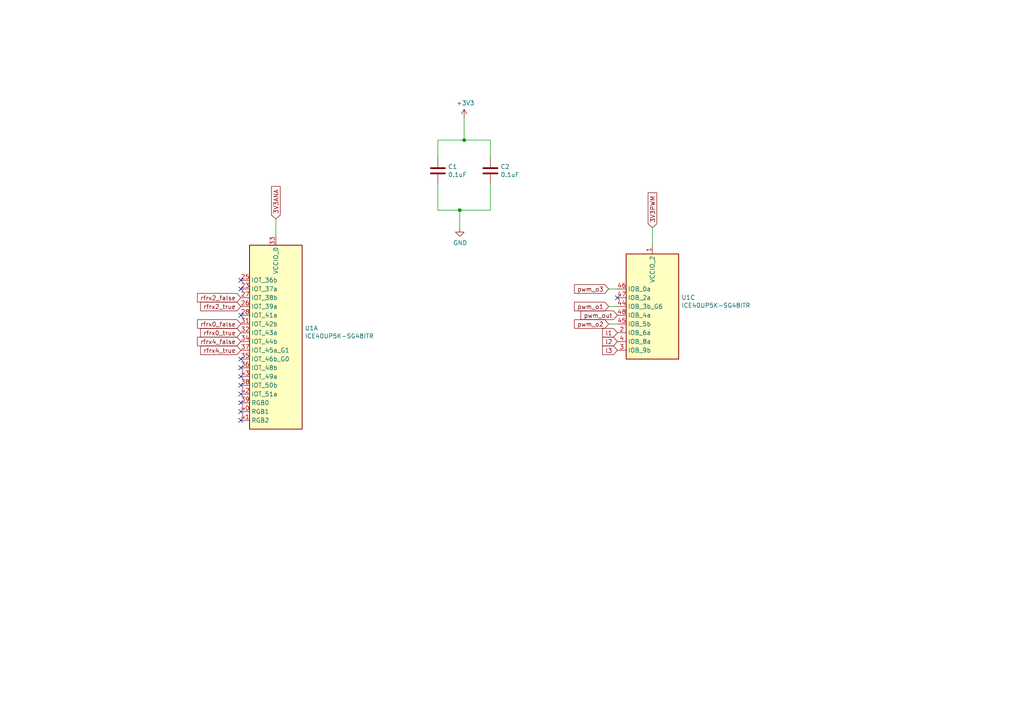
<source format=kicad_sch>
(kicad_sch (version 20211123) (generator eeschema)
  (paper "A4")
  (lib_symbols
    (symbol "Device:C" (pin_numbers hide) (pin_names (offset 0.254))
      (property "Reference" "C" (at 0.635 2.54 0))
      (property "Value" "C" (at 0.635 -2.54 0))
      (symbol "C_0_1"
        (polyline (pts (xy -2.032 -0.762) (xy 2.032 -0.762)) (stroke (width 0.508)))
        (polyline (pts (xy -2.032 0.762) (xy 2.032 0.762)) (stroke (width 0.508)))
      )
      (symbol "C_1_1"
        (pin passive line (at 0 3.81 270) (length 2.794) (name "~") (number "1"))
        (pin passive line (at 0 -3.81 90) (length 2.794) (name "~") (number "2"))
      )
    )
    (symbol "FPGA_Lattice:ICE40UP5K-SG48ITR"
      (property "Reference" "U" (at -8.89 -29.21 0))
      (property "Value" "ICE40UP5K-SG48ITR" (at 0 -31.75 0))
      (symbol "ICE40UP5K-SG48ITR_1_1"
        (rectangle (start -7.62 25.4) (end 7.62 -27.94) (stroke (width 0.254)) (fill (type background)))
        (pin bidirectional line (at -10.16 12.7 0) (length 2.54) (name "IOT_37a") (number "23"))
        (pin bidirectional line (at -10.16 15.24 0) (length 2.54) (name "IOT_36b") (number "25"))
        (pin bidirectional line (at -10.16 7.62 0) (length 2.54) (name "IOT_39a") (number "26"))
        (pin bidirectional line (at -10.16 10.16 0) (length 2.54) (name "IOT_38b") (number "27"))
        (pin bidirectional line (at -10.16 5.08 0) (length 2.54) (name "IOT_41a") (number "28"))
        (pin bidirectional line (at -10.16 2.54 0) (length 2.54) (name "IOT_42b") (number "31"))
        (pin bidirectional line (at -10.16 0 0) (length 2.54) (name "IOT_43a") (number "32"))
        (pin power_in line (at 0 27.94 270) (length 2.54) (name "VCCIO_0") (number "33"))
        (pin bidirectional line (at -10.16 -2.54 0) (length 2.54) (name "IOT_44b") (number "34"))
        (pin bidirectional line (at -10.16 -7.62 0) (length 2.54) (name "IOT_46b_G0") (number "35"))
        (pin bidirectional line (at -10.16 -10.16 0) (length 2.54) (name "IOT_48b") (number "36"))
        (pin bidirectional line (at -10.16 -5.08 0) (length 2.54) (name "IOT_45a_G1") (number "37"))
        (pin bidirectional line (at -10.16 -15.24 0) (length 2.54) (name "IOT_50b") (number "38"))
        (pin open_collector line (at -10.16 -20.32 0) (length 2.54) (name "RGB0") (number "39"))
        (pin open_collector line (at -10.16 -22.86 0) (length 2.54) (name "RGB1") (number "40"))
        (pin open_collector line (at -10.16 -25.4 0) (length 2.54) (name "RGB2") (number "41"))
        (pin bidirectional line (at -10.16 -17.78 0) (length 2.54) (name "IOT_51a") (number "42"))
        (pin bidirectional line (at -10.16 -12.7 0) (length 2.54) (name "IOT_49a") (number "43"))
      )
      (symbol "ICE40UP5K-SG48ITR_2_1"
        (rectangle (start -10.16 25.4) (end 10.16 -25.4) (stroke (width 0.254)) (fill (type background)))
        (pin bidirectional line (at -12.7 5.08 0) (length 2.54) (name "IOB_18a") (number "10"))
        (pin bidirectional line (at -12.7 2.54 0) (length 2.54) (name "IOB_20a") (number "11"))
        (pin bidirectional line (at -12.7 0 0) (length 2.54) (name "IOB_22b") (number "12"))
        (pin bidirectional line (at -12.7 -5.08 0) (length 2.54) (name "IOB_24a") (number "13"))
        (pin bidirectional line (at -12.7 -15.24 0) (length 2.54) (name "IOB_32a_SPI_SO") (number "14"))
        (pin bidirectional line (at -12.7 -20.32 0) (length 2.54) (name "IOB_34a_SPI_SCK") (number "15"))
        (pin bidirectional line (at -12.7 -22.86 0) (length 2.54) (name "IOB_35b_SPI_SS") (number "16"))
        (pin bidirectional line (at -12.7 -17.78 0) (length 2.54) (name "IOB_33b_SPI_SI") (number "17"))
        (pin bidirectional line (at -12.7 -12.7 0) (length 2.54) (name "IOB_31b") (number "18"))
        (pin bidirectional line (at -12.7 -10.16 0) (length 2.54) (name "IOB_29b") (number "19"))
        (pin bidirectional line (at -12.7 -7.62 0) (length 2.54) (name "IOB_25b_G3") (number "20"))
        (pin bidirectional line (at -12.7 -2.54 0) (length 2.54) (name "IOB_23b") (number "21"))
        (pin power_in line (at 0 27.94 270) (length 2.54) (name "SPI_VCCIO1") (number "22"))
        (pin bidirectional line (at -12.7 10.16 0) (length 2.54) (name "IOB_13b") (number "6"))
        (pin open_collector line (at 12.7 17.78 180) (length 2.54) (name "CDONE") (number "7"))
        (pin input line (at -12.7 17.78 0) (length 2.54) (name "~{CRESET}") (number "8"))
        (pin bidirectional line (at -12.7 7.62 0) (length 2.54) (name "IOB_16a") (number "9"))
      )
      (symbol "ICE40UP5K-SG48ITR_3_1"
        (rectangle (start -7.62 15.24) (end 7.62 -15.24) (stroke (width 0.254)) (fill (type background)))
        (pin power_in line (at 0 17.78 270) (length 2.54) (name "VCCIO_2") (number "1"))
        (pin bidirectional line (at -10.16 -7.62 0) (length 2.54) (name "IOB_6a") (number "2"))
        (pin bidirectional line (at -10.16 -12.7 0) (length 2.54) (name "IOB_9b") (number "3"))
        (pin bidirectional line (at -10.16 -10.16 0) (length 2.54) (name "IOB_8a") (number "4"))
        (pin bidirectional line (at -10.16 0 0) (length 2.54) (name "IOB_3b_G6") (number "44"))
        (pin bidirectional line (at -10.16 -5.08 0) (length 2.54) (name "IOB_5b") (number "45"))
        (pin bidirectional line (at -10.16 5.08 0) (length 2.54) (name "IOB_0a") (number "46"))
        (pin bidirectional line (at -10.16 2.54 0) (length 2.54) (name "IOB_2a") (number "47"))
        (pin bidirectional line (at -10.16 -2.54 0) (length 2.54) (name "IOB_4a") (number "48"))
      )
      (symbol "ICE40UP5K-SG48ITR_4_1"
        (rectangle (start -5.08 7.62) (end 5.08 -7.62) (stroke (width 0.254)) (fill (type background)))
        (pin power_in line (at -2.54 10.16 270) (length 2.54) (name "VPP_2V5") (number "24"))
        (pin power_out line (at 2.54 10.16 270) (length 2.54) (name "VCCPLL") (number "29"))
        (pin passive line (at 0 10.16 270) (length 2.54) hide (name "VCC") (number "30"))
        (pin power_in line (at 0 -10.16 90) (length 2.54) (name "GND") (number "49"))
        (pin power_in line (at 0 10.16 270) (length 2.54) (name "VCC") (number "5"))
      )
    )
    (symbol "power:+3V3" (power) (pin_names (offset 0))
      (property "Value" "+3V3" (at 0 3.556 0))
      (symbol "+3V3_0_1"
        (polyline (pts (xy -0.762 1.27) (xy 0 2.54)))
        (polyline (pts (xy 0 0) (xy 0 2.54)))
        (polyline (pts (xy 0 2.54) (xy 0.762 1.27)))
      )
      (symbol "+3V3_1_1"
        (pin power_in line (at 0 0 90) (length 0) hide (name "+3V3") (number "1"))
      )
    )
    (symbol "power:GND" (power) (pin_names (offset 0))
      (property "Value" "GND" (at 0 -3.81 0))
      (symbol "GND_0_1"
        (polyline (pts (xy 0 0) (xy 0 -1.27) (xy 1.27 -1.27) (xy 0 -2.54) (xy -1.27 -1.27) (xy 0 -1.27)))
      )
      (symbol "GND_1_1"
        (pin power_in line (at 0 0 270) (length 0) hide (name "GND") (number "1"))
      )
    )
  )
  (junction (at 133.35 60.96))
  (junction (at 134.62 40.64))
  (no_connect (at 69.85 91.44))
  (no_connect (at 69.85 81.28))
  (no_connect (at 69.85 104.14))
  (no_connect (at 69.85 114.3))
  (no_connect (at 69.85 111.76))
  (no_connect (at 69.85 106.68))
  (no_connect (at 69.85 109.22))
  (no_connect (at 69.85 121.92))
  (no_connect (at 69.85 116.84))
  (no_connect (at 69.85 119.38))
  (no_connect (at 179.07 86.36))
  (no_connect (at 69.85 83.82))
  (wire (pts (xy 127 40.64) (xy 134.62 40.64)))
  (wire (pts (xy 176.53 88.9) (xy 179.07 88.9)))
  (wire (pts (xy 127 53.34) (xy 127 60.96)))
  (wire (pts (xy 127 45.72) (xy 127 40.64)))
  (wire (pts (xy 80.01 63.5) (xy 80.01 68.58)))
  (wire (pts (xy 127 60.96) (xy 133.35 60.96)))
  (wire (pts (xy 176.53 93.98) (xy 179.07 93.98)))
  (wire (pts (xy 142.24 60.96) (xy 142.24 53.34)))
  (wire (pts (xy 133.35 60.96) (xy 142.24 60.96)))
  (wire (pts (xy 134.62 34.29) (xy 134.62 40.64)))
  (wire (pts (xy 133.35 60.96) (xy 133.35 66.04)))
  (wire (pts (xy 134.62 40.64) (xy 142.24 40.64)))
  (wire (pts (xy 142.24 40.64) (xy 142.24 45.72)))
  (wire (pts (xy 189.23 66.04) (xy 189.23 71.12)))
  (wire (pts (xy 176.53 83.82) (xy 179.07 83.82)))
  (global_label "l3" (shape input) (at 179.07 101.6 180) (property "Intersheet References" "${INTERSHEET_REFS}" (effects hide)))
  (global_label "pwm_out" (shape input) (at 179.07 91.44 180) (property "Intersheet References" "${INTERSHEET_REFS}" (effects hide)))
  (global_label "3V3ANA" (shape input) (at 80.01 63.5 90) (property "Intersheet References" "${INTERSHEET_REFS}" (effects hide)))
  (global_label "rfrx2_false" (shape input) (at 69.85 86.36 180) (property "Intersheet References" "${INTERSHEET_REFS}" (effects hide)))
  (global_label "rfrx4_true" (shape input) (at 69.85 101.6 180) (property "Intersheet References" "${INTERSHEET_REFS}" (effects hide)))
  (global_label "pwm_o2" (shape input) (at 176.53 93.98 180) (property "Intersheet References" "${INTERSHEET_REFS}" (effects hide)))
  (global_label "rfrx2_true" (shape input) (at 69.85 88.9 180) (property "Intersheet References" "${INTERSHEET_REFS}" (effects hide)))
  (global_label "l1" (shape input) (at 179.07 96.52 180) (property "Intersheet References" "${INTERSHEET_REFS}" (effects hide)))
  (global_label "pwm_o1" (shape input) (at 176.53 88.9 180) (property "Intersheet References" "${INTERSHEET_REFS}" (effects hide)))
  (global_label "pwm_o3" (shape input) (at 176.53 83.82 180) (property "Intersheet References" "${INTERSHEET_REFS}" (effects hide)))
  (global_label "rfrx0_false" (shape input) (at 69.85 93.98 180) (property "Intersheet References" "${INTERSHEET_REFS}" (effects hide)))
  (global_label "rfrx4_false" (shape input) (at 69.85 99.06 180) (property "Intersheet References" "${INTERSHEET_REFS}" (effects hide)))
  (global_label "l2" (shape input) (at 179.07 99.06 180) (property "Intersheet References" "${INTERSHEET_REFS}" (effects hide)))
  (global_label "rfrx0_true" (shape input) (at 69.85 96.52 180) (property "Intersheet References" "${INTERSHEET_REFS}" (effects hide)))
  (global_label "3V3PWM" (shape input) (at 189.23 66.04 90) (property "Intersheet References" "${INTERSHEET_REFS}" (effects hide)))
  (symbol (lib_id "FPGA_Lattice:ICE40UP5K-SG48ITR") (at 80.01 96.52 0) (unit 1)
    (property "Reference" "U1" (at 88.392 95.1738 0) (effects (justify left)))
    (property "Value" "ICE40UP5K-SG48ITR" (at 88.392 97.4852 0) (effects (justify left)))
    (property "Footprint" "Package_DFN_QFN:QFN-48-1EP_7x7mm_P0.5mm_EP5.6x5.6mm" (effects hide))
    (property "Datasheet" "http://www.latticesemi.com/Products/FPGAandCPLD/iCE40Ultra" (effects hide))
  )
  (symbol (lib_id "FPGA_Lattice:ICE40UP5K-SG48ITR") (at 189.23 88.9 0) (unit 3)
    (property "Reference" "U1" (at 197.612 86.2838 0) (effects (justify left)))
    (property "Value" "ICE40UP5K-SG48ITR" (at 197.612 88.5952 0) (effects (justify left)))
    (property "Footprint" "Package_DFN_QFN:QFN-48-1EP_7x7mm_P0.5mm_EP5.6x5.6mm" (effects hide))
    (property "Datasheet" "http://www.latticesemi.com/Products/FPGAandCPLD/iCE40Ultra" (effects hide))
  )
  (symbol (lib_id "Device:C") (at 127 49.53 0) (unit 1)
    (property "Reference" "C1" (at 129.921 48.3616 0) (effects (justify left)))
    (property "Value" "0.1uF" (at 129.921 50.673 0) (effects (justify left)))
    (property "Footprint" "Capacitor_SMD:C_0402_1005Metric" (effects hide))
  )
  (symbol (lib_id "Device:C") (at 142.24 49.53 0) (unit 1)
    (property "Reference" "C2" (at 145.161 48.3616 0) (effects (justify left)))
    (property "Value" "0.1uF" (at 145.161 50.673 0) (effects (justify left)))
    (property "Footprint" "Capacitor_SMD:C_0402_1005Metric" (effects hide))
  )
  (symbol (lib_id "power:+3V3") (at 134.62 34.29 0) (unit 1)
    (property "Reference" "#PWR03" (effects hide))
    (property "Value" "+3V3" (at 135.001 29.8958 0))
  )
  (symbol (lib_id "power:GND") (at 133.35 66.04 0) (unit 1)
    (property "Reference" "#PWR02" (effects hide))
    (property "Value" "GND" (at 133.477 70.4342 0))
  )
)
</source>
